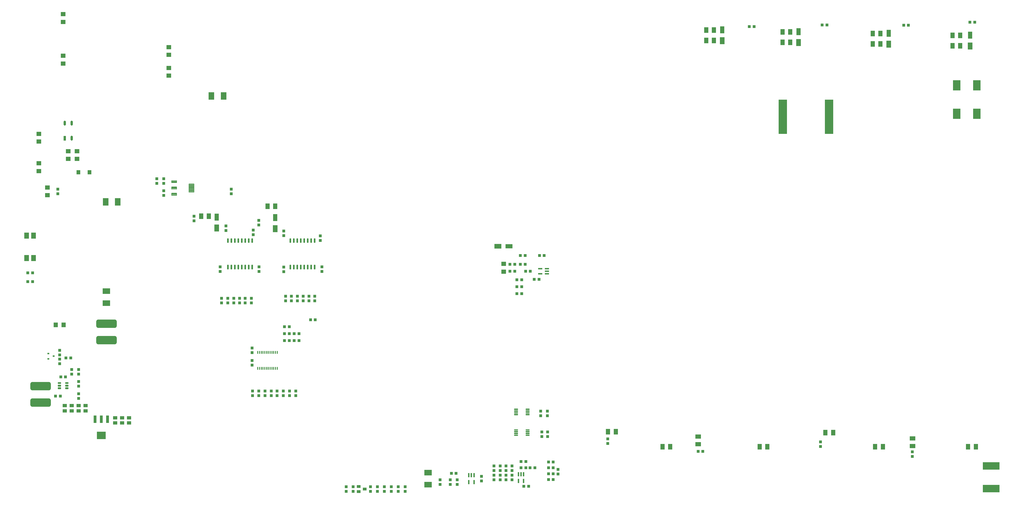
<source format=gbr>
G04 EAGLE Gerber RS-274X export*
G75*
%MOMM*%
%FSLAX34Y34*%
%LPD*%
%INSolderpaste Top*%
%IPPOS*%
%AMOC8*
5,1,8,0,0,1.08239X$1,22.5*%
G01*
%ADD10R,1.100000X1.000000*%
%ADD11R,1.000000X1.100000*%
%ADD12R,1.500000X1.300000*%
%ADD13R,1.800000X1.600000*%
%ADD14R,2.500000X1.600000*%
%ADD15R,2.500000X1.700000*%
%ADD16R,1.600000X2.500000*%
%ADD17R,1.700000X2.500000*%
%ADD18R,2.800000X3.800000*%
%ADD19R,2.743000X2.159000*%
%ADD20R,2.159000X2.743000*%
%ADD21R,0.304800X0.990600*%
%ADD22C,0.300000*%
%ADD23C,0.225000*%
%ADD24R,1.625600X0.609600*%
%ADD25R,0.609600X1.625600*%
%ADD26R,3.300000X2.700000*%
%ADD27R,1.000000X2.700000*%
%ADD28C,0.200000*%
%ADD29C,0.205000*%
%ADD30R,3.150000X12.500000*%
%ADD31R,1.400000X1.000000*%
%ADD32R,1.700000X2.200000*%
%ADD33R,1.803000X1.600000*%
%ADD34R,1.600000X2.000000*%
%ADD35R,2.000000X1.600000*%
%ADD36R,6.200000X2.700000*%
%ADD37R,1.600000X1.803000*%
%ADD38C,1.500000*%
%ADD39R,0.700000X0.600000*%
%ADD40R,0.600000X0.500000*%
%ADD41R,1.400000X1.640000*%
%ADD42R,0.866000X1.803000*%
%ADD43C,0.866000*%


D10*
X1518920Y51190D03*
X1518920Y68190D03*
D11*
X1009461Y576190D03*
X1009461Y559190D03*
D10*
X1991750Y882650D03*
X2008750Y882650D03*
X1996050Y825500D03*
X1979050Y825500D03*
X2027800Y857250D03*
X2010800Y857250D03*
X1145150Y654345D03*
X1128150Y654345D03*
X2059550Y827193D03*
X2042550Y827193D03*
D11*
X892803Y856370D03*
X892803Y873370D03*
X1034612Y856370D03*
X1034612Y873370D03*
X913845Y1023230D03*
X913845Y1006230D03*
X1013744Y1007990D03*
X1013744Y990990D03*
X963930Y740800D03*
X963930Y757800D03*
X920750Y740800D03*
X920750Y757800D03*
X1125622Y855100D03*
X1125622Y872100D03*
X1265300Y856370D03*
X1265300Y873370D03*
X1125220Y987180D03*
X1125220Y1004180D03*
X1259263Y986400D03*
X1259263Y969400D03*
X1196118Y748420D03*
X1196118Y765420D03*
X1153369Y748420D03*
X1153369Y765420D03*
X796595Y1058790D03*
X796595Y1041790D03*
X1033780Y1043550D03*
X1033780Y1026550D03*
X2090316Y345050D03*
X2090316Y328050D03*
X2066290Y328050D03*
X2066290Y345050D03*
X2091690Y268850D03*
X2091690Y251850D03*
X2070100Y251850D03*
X2070100Y268850D03*
X3090276Y215450D03*
X3090276Y232450D03*
X3426737Y178750D03*
X3426737Y195750D03*
D10*
X2659300Y197656D03*
X2642300Y197656D03*
D11*
X2311630Y226150D03*
X2311630Y243150D03*
D10*
X2094620Y137160D03*
X2111620Y137160D03*
X2111620Y115570D03*
X2094620Y115570D03*
D11*
X2129790Y131690D03*
X2129790Y114690D03*
X1917700Y93100D03*
X1917700Y110100D03*
D10*
X2021450Y69850D03*
X2004450Y69850D03*
D11*
X1939290Y127390D03*
X1939290Y144390D03*
X1493520Y68190D03*
X1493520Y51190D03*
X1544320Y51190D03*
X1544320Y68190D03*
X1734820Y76590D03*
X1734820Y93590D03*
X1760220Y76590D03*
X1760220Y93590D03*
X1849134Y89290D03*
X1849134Y106290D03*
X1009650Y513470D03*
X1009650Y530470D03*
X304800Y567300D03*
X304800Y550300D03*
D10*
X309000Y469900D03*
X326000Y469900D03*
X289950Y400050D03*
X306950Y400050D03*
D12*
X400050Y365100D03*
X400050Y346100D03*
X374650Y365100D03*
X374650Y346100D03*
X349250Y365100D03*
X349250Y346100D03*
D13*
X260350Y1135350D03*
X260350Y1163350D03*
D11*
X298450Y1140850D03*
X298450Y1157850D03*
D13*
X368300Y1296700D03*
X368300Y1268700D03*
D12*
X323850Y365100D03*
X323850Y346100D03*
X558800Y301650D03*
X558800Y320650D03*
X533400Y301650D03*
X533400Y320650D03*
X508000Y301650D03*
X508000Y320650D03*
D11*
X685800Y1134500D03*
X685800Y1151500D03*
X933450Y1140850D03*
X933450Y1157850D03*
D14*
X1949500Y948571D03*
D15*
X1909500Y948571D03*
D16*
X880110Y1055050D03*
D17*
X880110Y1015050D03*
D16*
X2730500Y1740850D03*
D17*
X2730500Y1700850D03*
D16*
X3009900Y1734500D03*
D17*
X3009900Y1694500D03*
D16*
X3340100Y1728150D03*
D17*
X3340100Y1688150D03*
D16*
X3638550Y1721800D03*
D17*
X3638550Y1681800D03*
D16*
X1094310Y1053145D03*
D17*
X1094310Y1013145D03*
D18*
X3662850Y1433830D03*
X3588850Y1433830D03*
X3588850Y1537970D03*
X3662850Y1537970D03*
D19*
X1653540Y75690D03*
X1653540Y119890D03*
X476250Y739900D03*
X476250Y784100D03*
D20*
X517400Y1111250D03*
X473200Y1111250D03*
X860550Y1498600D03*
X904750Y1498600D03*
D21*
X1029780Y501682D03*
X1036280Y501682D03*
X1042780Y501682D03*
X1049280Y501682D03*
X1055780Y501682D03*
X1062280Y501682D03*
X1068780Y501682D03*
X1075280Y501682D03*
X1081780Y501682D03*
X1088280Y501682D03*
X1094780Y501682D03*
X1101280Y501682D03*
X1101280Y560038D03*
X1094780Y560038D03*
X1088280Y560038D03*
X1081780Y560038D03*
X1075280Y560038D03*
X1068780Y560038D03*
X1062280Y560038D03*
X1055780Y560038D03*
X1049280Y560038D03*
X1042780Y560038D03*
X1036280Y560038D03*
X1029780Y560038D03*
D22*
X922263Y962550D02*
X922263Y976050D01*
X922263Y962550D02*
X919263Y962550D01*
X919263Y976050D01*
X922263Y976050D01*
X922263Y965400D02*
X919263Y965400D01*
X919263Y968250D02*
X922263Y968250D01*
X922263Y971100D02*
X919263Y971100D01*
X919263Y973950D02*
X922263Y973950D01*
X934963Y976050D02*
X934963Y962550D01*
X931963Y962550D01*
X931963Y976050D01*
X934963Y976050D01*
X934963Y965400D02*
X931963Y965400D01*
X931963Y968250D02*
X934963Y968250D01*
X934963Y971100D02*
X931963Y971100D01*
X931963Y973950D02*
X934963Y973950D01*
X947663Y976050D02*
X947663Y962550D01*
X944663Y962550D01*
X944663Y976050D01*
X947663Y976050D01*
X947663Y965400D02*
X944663Y965400D01*
X944663Y968250D02*
X947663Y968250D01*
X947663Y971100D02*
X944663Y971100D01*
X944663Y973950D02*
X947663Y973950D01*
X960363Y976050D02*
X960363Y962550D01*
X957363Y962550D01*
X957363Y976050D01*
X960363Y976050D01*
X960363Y965400D02*
X957363Y965400D01*
X957363Y968250D02*
X960363Y968250D01*
X960363Y971100D02*
X957363Y971100D01*
X957363Y973950D02*
X960363Y973950D01*
X973063Y976050D02*
X973063Y962550D01*
X970063Y962550D01*
X970063Y976050D01*
X973063Y976050D01*
X973063Y965400D02*
X970063Y965400D01*
X970063Y968250D02*
X973063Y968250D01*
X973063Y971100D02*
X970063Y971100D01*
X970063Y973950D02*
X973063Y973950D01*
X985763Y976050D02*
X985763Y962550D01*
X982763Y962550D01*
X982763Y976050D01*
X985763Y976050D01*
X985763Y965400D02*
X982763Y965400D01*
X982763Y968250D02*
X985763Y968250D01*
X985763Y971100D02*
X982763Y971100D01*
X982763Y973950D02*
X985763Y973950D01*
X998463Y976050D02*
X998463Y962550D01*
X995463Y962550D01*
X995463Y976050D01*
X998463Y976050D01*
X998463Y965400D02*
X995463Y965400D01*
X995463Y968250D02*
X998463Y968250D01*
X998463Y971100D02*
X995463Y971100D01*
X995463Y973950D02*
X998463Y973950D01*
X1011163Y976050D02*
X1011163Y962550D01*
X1008163Y962550D01*
X1008163Y976050D01*
X1011163Y976050D01*
X1011163Y965400D02*
X1008163Y965400D01*
X1008163Y968250D02*
X1011163Y968250D01*
X1011163Y971100D02*
X1008163Y971100D01*
X1008163Y973950D02*
X1011163Y973950D01*
X1011163Y878950D02*
X1011163Y865450D01*
X1008163Y865450D01*
X1008163Y878950D01*
X1011163Y878950D01*
X1011163Y868300D02*
X1008163Y868300D01*
X1008163Y871150D02*
X1011163Y871150D01*
X1011163Y874000D02*
X1008163Y874000D01*
X1008163Y876850D02*
X1011163Y876850D01*
X998463Y878950D02*
X998463Y865450D01*
X995463Y865450D01*
X995463Y878950D01*
X998463Y878950D01*
X998463Y868300D02*
X995463Y868300D01*
X995463Y871150D02*
X998463Y871150D01*
X998463Y874000D02*
X995463Y874000D01*
X995463Y876850D02*
X998463Y876850D01*
X985763Y878950D02*
X985763Y865450D01*
X982763Y865450D01*
X982763Y878950D01*
X985763Y878950D01*
X985763Y868300D02*
X982763Y868300D01*
X982763Y871150D02*
X985763Y871150D01*
X985763Y874000D02*
X982763Y874000D01*
X982763Y876850D02*
X985763Y876850D01*
X973063Y878950D02*
X973063Y865450D01*
X970063Y865450D01*
X970063Y878950D01*
X973063Y878950D01*
X973063Y868300D02*
X970063Y868300D01*
X970063Y871150D02*
X973063Y871150D01*
X973063Y874000D02*
X970063Y874000D01*
X970063Y876850D02*
X973063Y876850D01*
X960363Y878950D02*
X960363Y865450D01*
X957363Y865450D01*
X957363Y878950D01*
X960363Y878950D01*
X960363Y868300D02*
X957363Y868300D01*
X957363Y871150D02*
X960363Y871150D01*
X960363Y874000D02*
X957363Y874000D01*
X957363Y876850D02*
X960363Y876850D01*
X947663Y878950D02*
X947663Y865450D01*
X944663Y865450D01*
X944663Y878950D01*
X947663Y878950D01*
X947663Y868300D02*
X944663Y868300D01*
X944663Y871150D02*
X947663Y871150D01*
X947663Y874000D02*
X944663Y874000D01*
X944663Y876850D02*
X947663Y876850D01*
X934963Y878950D02*
X934963Y865450D01*
X931963Y865450D01*
X931963Y878950D01*
X934963Y878950D01*
X934963Y868300D02*
X931963Y868300D01*
X931963Y871150D02*
X934963Y871150D01*
X934963Y874000D02*
X931963Y874000D01*
X931963Y876850D02*
X934963Y876850D01*
X922263Y878950D02*
X922263Y865450D01*
X919263Y865450D01*
X919263Y878950D01*
X922263Y878950D01*
X922263Y868300D02*
X919263Y868300D01*
X919263Y871150D02*
X922263Y871150D01*
X922263Y874000D02*
X919263Y874000D01*
X919263Y876850D02*
X922263Y876850D01*
X1150850Y962550D02*
X1150850Y976050D01*
X1150850Y962550D02*
X1147850Y962550D01*
X1147850Y976050D01*
X1150850Y976050D01*
X1150850Y965400D02*
X1147850Y965400D01*
X1147850Y968250D02*
X1150850Y968250D01*
X1150850Y971100D02*
X1147850Y971100D01*
X1147850Y973950D02*
X1150850Y973950D01*
X1163550Y976050D02*
X1163550Y962550D01*
X1160550Y962550D01*
X1160550Y976050D01*
X1163550Y976050D01*
X1163550Y965400D02*
X1160550Y965400D01*
X1160550Y968250D02*
X1163550Y968250D01*
X1163550Y971100D02*
X1160550Y971100D01*
X1160550Y973950D02*
X1163550Y973950D01*
X1176250Y976050D02*
X1176250Y962550D01*
X1173250Y962550D01*
X1173250Y976050D01*
X1176250Y976050D01*
X1176250Y965400D02*
X1173250Y965400D01*
X1173250Y968250D02*
X1176250Y968250D01*
X1176250Y971100D02*
X1173250Y971100D01*
X1173250Y973950D02*
X1176250Y973950D01*
X1188950Y976050D02*
X1188950Y962550D01*
X1185950Y962550D01*
X1185950Y976050D01*
X1188950Y976050D01*
X1188950Y965400D02*
X1185950Y965400D01*
X1185950Y968250D02*
X1188950Y968250D01*
X1188950Y971100D02*
X1185950Y971100D01*
X1185950Y973950D02*
X1188950Y973950D01*
X1201650Y976050D02*
X1201650Y962550D01*
X1198650Y962550D01*
X1198650Y976050D01*
X1201650Y976050D01*
X1201650Y965400D02*
X1198650Y965400D01*
X1198650Y968250D02*
X1201650Y968250D01*
X1201650Y971100D02*
X1198650Y971100D01*
X1198650Y973950D02*
X1201650Y973950D01*
X1214350Y976050D02*
X1214350Y962550D01*
X1211350Y962550D01*
X1211350Y976050D01*
X1214350Y976050D01*
X1214350Y965400D02*
X1211350Y965400D01*
X1211350Y968250D02*
X1214350Y968250D01*
X1214350Y971100D02*
X1211350Y971100D01*
X1211350Y973950D02*
X1214350Y973950D01*
X1227050Y976050D02*
X1227050Y962550D01*
X1224050Y962550D01*
X1224050Y976050D01*
X1227050Y976050D01*
X1227050Y965400D02*
X1224050Y965400D01*
X1224050Y968250D02*
X1227050Y968250D01*
X1227050Y971100D02*
X1224050Y971100D01*
X1224050Y973950D02*
X1227050Y973950D01*
X1239750Y976050D02*
X1239750Y962550D01*
X1236750Y962550D01*
X1236750Y976050D01*
X1239750Y976050D01*
X1239750Y965400D02*
X1236750Y965400D01*
X1236750Y968250D02*
X1239750Y968250D01*
X1239750Y971100D02*
X1236750Y971100D01*
X1236750Y973950D02*
X1239750Y973950D01*
X1239750Y878950D02*
X1239750Y865450D01*
X1236750Y865450D01*
X1236750Y878950D01*
X1239750Y878950D01*
X1239750Y868300D02*
X1236750Y868300D01*
X1236750Y871150D02*
X1239750Y871150D01*
X1239750Y874000D02*
X1236750Y874000D01*
X1236750Y876850D02*
X1239750Y876850D01*
X1227050Y878950D02*
X1227050Y865450D01*
X1224050Y865450D01*
X1224050Y878950D01*
X1227050Y878950D01*
X1227050Y868300D02*
X1224050Y868300D01*
X1224050Y871150D02*
X1227050Y871150D01*
X1227050Y874000D02*
X1224050Y874000D01*
X1224050Y876850D02*
X1227050Y876850D01*
X1214350Y878950D02*
X1214350Y865450D01*
X1211350Y865450D01*
X1211350Y878950D01*
X1214350Y878950D01*
X1214350Y868300D02*
X1211350Y868300D01*
X1211350Y871150D02*
X1214350Y871150D01*
X1214350Y874000D02*
X1211350Y874000D01*
X1211350Y876850D02*
X1214350Y876850D01*
X1201650Y878950D02*
X1201650Y865450D01*
X1198650Y865450D01*
X1198650Y878950D01*
X1201650Y878950D01*
X1201650Y868300D02*
X1198650Y868300D01*
X1198650Y871150D02*
X1201650Y871150D01*
X1201650Y874000D02*
X1198650Y874000D01*
X1198650Y876850D02*
X1201650Y876850D01*
X1188950Y878950D02*
X1188950Y865450D01*
X1185950Y865450D01*
X1185950Y878950D01*
X1188950Y878950D01*
X1188950Y868300D02*
X1185950Y868300D01*
X1185950Y871150D02*
X1188950Y871150D01*
X1188950Y874000D02*
X1185950Y874000D01*
X1185950Y876850D02*
X1188950Y876850D01*
X1176250Y878950D02*
X1176250Y865450D01*
X1173250Y865450D01*
X1173250Y878950D01*
X1176250Y878950D01*
X1176250Y868300D02*
X1173250Y868300D01*
X1173250Y871150D02*
X1176250Y871150D01*
X1176250Y874000D02*
X1173250Y874000D01*
X1173250Y876850D02*
X1176250Y876850D01*
X1163550Y878950D02*
X1163550Y865450D01*
X1160550Y865450D01*
X1160550Y878950D01*
X1163550Y878950D01*
X1163550Y868300D02*
X1160550Y868300D01*
X1160550Y871150D02*
X1163550Y871150D01*
X1163550Y874000D02*
X1160550Y874000D01*
X1160550Y876850D02*
X1163550Y876850D01*
X1150850Y878950D02*
X1150850Y865450D01*
X1147850Y865450D01*
X1147850Y878950D01*
X1150850Y878950D01*
X1150850Y868300D02*
X1147850Y868300D01*
X1147850Y871150D02*
X1150850Y871150D01*
X1150850Y874000D02*
X1147850Y874000D01*
X1147850Y876850D02*
X1150850Y876850D01*
D23*
X2012074Y350954D02*
X2023824Y350954D01*
X2012074Y350954D02*
X2012074Y353204D01*
X2023824Y353204D01*
X2023824Y350954D01*
X2023824Y353091D02*
X2012074Y353091D01*
X2012074Y344454D02*
X2023824Y344454D01*
X2012074Y344454D02*
X2012074Y346704D01*
X2023824Y346704D01*
X2023824Y344454D01*
X2023824Y346591D02*
X2012074Y346591D01*
X2012074Y337954D02*
X2023824Y337954D01*
X2012074Y337954D02*
X2012074Y340204D01*
X2023824Y340204D01*
X2023824Y337954D01*
X2023824Y340091D02*
X2012074Y340091D01*
X2012074Y331454D02*
X2023824Y331454D01*
X2012074Y331454D02*
X2012074Y333704D01*
X2023824Y333704D01*
X2023824Y331454D01*
X2023824Y333591D02*
X2012074Y333591D01*
X1980806Y331454D02*
X1969056Y331454D01*
X1969056Y333704D01*
X1980806Y333704D01*
X1980806Y331454D01*
X1980806Y333591D02*
X1969056Y333591D01*
X1969056Y337954D02*
X1980806Y337954D01*
X1969056Y337954D02*
X1969056Y340204D01*
X1980806Y340204D01*
X1980806Y337954D01*
X1980806Y340091D02*
X1969056Y340091D01*
X1969056Y344454D02*
X1980806Y344454D01*
X1969056Y344454D02*
X1969056Y346704D01*
X1980806Y346704D01*
X1980806Y344454D01*
X1980806Y346591D02*
X1969056Y346591D01*
X1969056Y350954D02*
X1980806Y350954D01*
X1969056Y350954D02*
X1969056Y353204D01*
X1980806Y353204D01*
X1980806Y350954D01*
X1980806Y353091D02*
X1969056Y353091D01*
D24*
X2088896Y847750D03*
X2088896Y857250D03*
X2088896Y866750D03*
X2064004Y866750D03*
X2064004Y847750D03*
D23*
X2023824Y275325D02*
X2012074Y275325D01*
X2012074Y277575D01*
X2023824Y277575D01*
X2023824Y275325D01*
X2023824Y277462D02*
X2012074Y277462D01*
X2012074Y268825D02*
X2023824Y268825D01*
X2012074Y268825D02*
X2012074Y271075D01*
X2023824Y271075D01*
X2023824Y268825D01*
X2023824Y270962D02*
X2012074Y270962D01*
X2012074Y262325D02*
X2023824Y262325D01*
X2012074Y262325D02*
X2012074Y264575D01*
X2023824Y264575D01*
X2023824Y262325D01*
X2023824Y264462D02*
X2012074Y264462D01*
X2012074Y255825D02*
X2023824Y255825D01*
X2012074Y255825D02*
X2012074Y258075D01*
X2023824Y258075D01*
X2023824Y255825D01*
X2023824Y257962D02*
X2012074Y257962D01*
X1980806Y255825D02*
X1969056Y255825D01*
X1969056Y258075D01*
X1980806Y258075D01*
X1980806Y255825D01*
X1980806Y257962D02*
X1969056Y257962D01*
X1969056Y262325D02*
X1980806Y262325D01*
X1969056Y262325D02*
X1969056Y264575D01*
X1980806Y264575D01*
X1980806Y262325D01*
X1980806Y264462D02*
X1969056Y264462D01*
X1969056Y268825D02*
X1980806Y268825D01*
X1969056Y268825D02*
X1969056Y271075D01*
X1980806Y271075D01*
X1980806Y268825D01*
X1980806Y270962D02*
X1969056Y270962D01*
X1969056Y275325D02*
X1980806Y275325D01*
X1969056Y275325D02*
X1969056Y277575D01*
X1980806Y277575D01*
X1980806Y275325D01*
X1980806Y277462D02*
X1969056Y277462D01*
D25*
X2003400Y114046D03*
X1993900Y114046D03*
X1984400Y114046D03*
X1984400Y89154D03*
X2003400Y89154D03*
X1821790Y110236D03*
X1812290Y110236D03*
X1802790Y110236D03*
X1802790Y85344D03*
X1821790Y85344D03*
D22*
X308000Y427150D02*
X308000Y430150D01*
X308000Y427150D02*
X300000Y427150D01*
X300000Y430150D01*
X308000Y430150D01*
X308000Y430000D02*
X300000Y430000D01*
X308000Y446150D02*
X308000Y449150D01*
X308000Y446150D02*
X300000Y446150D01*
X300000Y449150D01*
X308000Y449150D01*
X308000Y449000D02*
X300000Y449000D01*
X335000Y449150D02*
X335000Y446150D01*
X327000Y446150D01*
X327000Y449150D01*
X335000Y449150D01*
X335000Y449000D02*
X327000Y449000D01*
X335000Y439650D02*
X335000Y436650D01*
X327000Y436650D01*
X327000Y439650D01*
X335000Y439650D01*
X335000Y439500D02*
X327000Y439500D01*
X335000Y430150D02*
X335000Y427150D01*
X327000Y427150D01*
X327000Y430150D01*
X335000Y430150D01*
X335000Y430000D02*
X327000Y430000D01*
X308000Y436650D02*
X308000Y439650D01*
X308000Y436650D02*
X300000Y436650D01*
X300000Y439650D01*
X308000Y439650D01*
X308000Y439500D02*
X300000Y439500D01*
D26*
X457200Y256250D03*
D27*
X434200Y315250D03*
X457200Y315250D03*
X480200Y315250D03*
D28*
X733150Y1181050D02*
X733150Y1189050D01*
X733150Y1181050D02*
X714650Y1181050D01*
X714650Y1189050D01*
X733150Y1189050D01*
X733150Y1182950D02*
X714650Y1182950D01*
X714650Y1184850D02*
X733150Y1184850D01*
X733150Y1186750D02*
X714650Y1186750D01*
X714650Y1188650D02*
X733150Y1188650D01*
X733150Y1166050D02*
X733150Y1158050D01*
X714650Y1158050D01*
X714650Y1166050D01*
X733150Y1166050D01*
X733150Y1159950D02*
X714650Y1159950D01*
X714650Y1161850D02*
X733150Y1161850D01*
X733150Y1163750D02*
X714650Y1163750D01*
X714650Y1165650D02*
X733150Y1165650D01*
X733150Y1143050D02*
X733150Y1135050D01*
X714650Y1135050D01*
X714650Y1143050D01*
X733150Y1143050D01*
X733150Y1136950D02*
X714650Y1136950D01*
X714650Y1138850D02*
X733150Y1138850D01*
X733150Y1140750D02*
X714650Y1140750D01*
X714650Y1142650D02*
X733150Y1142650D01*
D29*
X796625Y1146825D02*
X796625Y1177275D01*
X796625Y1146825D02*
X778175Y1146825D01*
X778175Y1177275D01*
X796625Y1177275D01*
X796625Y1148772D02*
X778175Y1148772D01*
X778175Y1150719D02*
X796625Y1150719D01*
X796625Y1152666D02*
X778175Y1152666D01*
X778175Y1154613D02*
X796625Y1154613D01*
X796625Y1156560D02*
X778175Y1156560D01*
X778175Y1158507D02*
X796625Y1158507D01*
X796625Y1160454D02*
X778175Y1160454D01*
X778175Y1162401D02*
X796625Y1162401D01*
X796625Y1164348D02*
X778175Y1164348D01*
X778175Y1166295D02*
X796625Y1166295D01*
X796625Y1168242D02*
X778175Y1168242D01*
X778175Y1170189D02*
X796625Y1170189D01*
X796625Y1172136D02*
X778175Y1172136D01*
X778175Y1174083D02*
X796625Y1174083D01*
X796625Y1176030D02*
X778175Y1176030D01*
D30*
X3122000Y1422400D03*
X2952750Y1422400D03*
D31*
X1421970Y59690D03*
X1399970Y50190D03*
X1399970Y69190D03*
D32*
X209550Y905150D03*
X184150Y905150D03*
X209550Y987150D03*
X184150Y987150D03*
D10*
X1569720Y68190D03*
X1569720Y51190D03*
X1123950Y418710D03*
X1123950Y401710D03*
X1169670Y401710D03*
X1169670Y418710D03*
X1056640Y401710D03*
X1056640Y418710D03*
X1079500Y401710D03*
X1079500Y418710D03*
X1101090Y401710D03*
X1101090Y418710D03*
D11*
X1128150Y603250D03*
X1145150Y603250D03*
X1180710Y603250D03*
X1163710Y603250D03*
X1128150Y628650D03*
X1145150Y628650D03*
X1180710Y628650D03*
X1163710Y628650D03*
D10*
X1146810Y401710D03*
X1146810Y418710D03*
D33*
X1930400Y855730D03*
X1930400Y884170D03*
D11*
X1970650Y857250D03*
X1953650Y857250D03*
X1970650Y882650D03*
X1953650Y882650D03*
X1979050Y800100D03*
X1996050Y800100D03*
X1991750Y914400D03*
X2008750Y914400D03*
X2061600Y914400D03*
X2078600Y914400D03*
X1979050Y774700D03*
X1996050Y774700D03*
X1223400Y679450D03*
X1240400Y679450D03*
D10*
X1007110Y757800D03*
X1007110Y740800D03*
X984250Y757800D03*
X984250Y740800D03*
X897890Y740800D03*
X897890Y757800D03*
X942340Y740800D03*
X942340Y757800D03*
D34*
X822930Y1058338D03*
X850930Y1058338D03*
X2700050Y1739900D03*
X2672050Y1739900D03*
X2979450Y1695450D03*
X2951450Y1695450D03*
X2700050Y1701800D03*
X2672050Y1701800D03*
X2979450Y1733550D03*
X2951450Y1733550D03*
D11*
X3113650Y1758950D03*
X3096650Y1758950D03*
X2846950Y1752600D03*
X2829950Y1752600D03*
D34*
X3309650Y1727200D03*
X3281650Y1727200D03*
X3601750Y1682750D03*
X3573750Y1682750D03*
X3309650Y1689100D03*
X3281650Y1689100D03*
X3601750Y1720850D03*
X3573750Y1720850D03*
D11*
X3654670Y1769110D03*
X3637670Y1769110D03*
X3412100Y1757762D03*
X3395100Y1757762D03*
D10*
X1238598Y765420D03*
X1238598Y748420D03*
X1217439Y765420D03*
X1217439Y748420D03*
X1132168Y748420D03*
X1132168Y765420D03*
X1174918Y748420D03*
X1174918Y765420D03*
D34*
X1065660Y1094954D03*
X1093660Y1094954D03*
X3290540Y214630D03*
X3318540Y214630D03*
X3630900Y214630D03*
X3658900Y214630D03*
X3136500Y266241D03*
X3108500Y266241D03*
D35*
X3427326Y244650D03*
X3427326Y216650D03*
D34*
X2512030Y214630D03*
X2540030Y214630D03*
X2867630Y214630D03*
X2895630Y214630D03*
D35*
X2642500Y251850D03*
X2642500Y223850D03*
D34*
X2340650Y269181D03*
X2312650Y269181D03*
D36*
X3715126Y61370D03*
X3715126Y144370D03*
D11*
X1756020Y116840D03*
X1739020Y116840D03*
X2094620Y93980D03*
X2111620Y93980D03*
X2094620Y158750D03*
X2111620Y158750D03*
X2044310Y137160D03*
X2027310Y137160D03*
X2011290Y160020D03*
X1994290Y160020D03*
D10*
X1960880Y93100D03*
X1960880Y110100D03*
D11*
X1994290Y137160D03*
X2011290Y137160D03*
D10*
X1939290Y110100D03*
X1939290Y93100D03*
X1894840Y93100D03*
X1894840Y110100D03*
X1033780Y418710D03*
X1033780Y401710D03*
X1960880Y127390D03*
X1960880Y144390D03*
X1468120Y51190D03*
X1468120Y68190D03*
X1353820Y68190D03*
X1353820Y51190D03*
X1379220Y51190D03*
X1379220Y68190D03*
X1442720Y68190D03*
X1442720Y51190D03*
X1010920Y401710D03*
X1010920Y418710D03*
X1697990Y93590D03*
X1697990Y76590D03*
X1894840Y144390D03*
X1894840Y127390D03*
X1917700Y144390D03*
X1917700Y127390D03*
D11*
X328050Y539750D03*
X345050Y539750D03*
D10*
X304800Y518550D03*
X304800Y535550D03*
D11*
X205350Y850900D03*
X188350Y850900D03*
X205350Y819150D03*
X188350Y819150D03*
D37*
X319020Y660400D03*
X290580Y660400D03*
D10*
X349250Y497450D03*
X349250Y480450D03*
X374650Y480450D03*
X374650Y497450D03*
X374650Y408550D03*
X374650Y391550D03*
X374650Y453000D03*
X374650Y436000D03*
D33*
X228600Y1360420D03*
X228600Y1331980D03*
X228600Y1252470D03*
X228600Y1224030D03*
X336550Y1296920D03*
X336550Y1268480D03*
D10*
X660400Y1195950D03*
X660400Y1178950D03*
X685800Y1178950D03*
X685800Y1195950D03*
D33*
X704850Y1677920D03*
X704850Y1649480D03*
X704850Y1601720D03*
X704850Y1573280D03*
X317500Y1617730D03*
X317500Y1646170D03*
X317500Y1770130D03*
X317500Y1798570D03*
D38*
X446250Y672500D02*
X446250Y657500D01*
X446250Y672500D02*
X506250Y672500D01*
X506250Y657500D01*
X446250Y657500D01*
X446250Y671750D02*
X506250Y671750D01*
X446250Y612500D02*
X446250Y597500D01*
X446250Y612500D02*
X506250Y612500D01*
X506250Y597500D01*
X446250Y597500D01*
X446250Y611750D02*
X506250Y611750D01*
X204950Y443900D02*
X204950Y428900D01*
X204950Y443900D02*
X264950Y443900D01*
X264950Y428900D01*
X204950Y428900D01*
X204950Y443150D02*
X264950Y443150D01*
X204950Y383900D02*
X204950Y368900D01*
X204950Y383900D02*
X264950Y383900D01*
X264950Y368900D01*
X204950Y368900D01*
X204950Y383150D02*
X264950Y383150D01*
D39*
X263050Y555600D03*
X263050Y536600D03*
X283050Y546100D03*
D40*
X263050Y555600D03*
X263050Y536600D03*
X283050Y546100D03*
D41*
X373550Y1219200D03*
X413850Y1219200D03*
D42*
X323850Y1344100D03*
D43*
X349250Y1339415D02*
X349250Y1348785D01*
X349250Y1394415D02*
X349250Y1403785D01*
X323850Y1403785D02*
X323850Y1394415D01*
M02*

</source>
